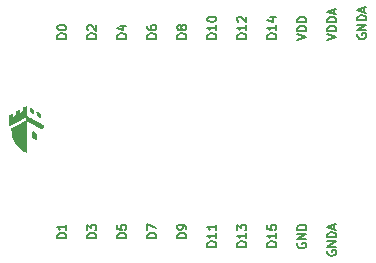
<source format=gbr>
G04 #@! TF.GenerationSoftware,KiCad,Pcbnew,5.0.2-bee76a0~70~ubuntu18.04.1*
G04 #@! TF.CreationDate,2019-07-23T10:58:26+02:00*
G04 #@! TF.ProjectId,breadboard,62726561-6462-46f6-9172-642e6b696361,rev?*
G04 #@! TF.SameCoordinates,Original*
G04 #@! TF.FileFunction,Legend,Top*
G04 #@! TF.FilePolarity,Positive*
%FSLAX46Y46*%
G04 Gerber Fmt 4.6, Leading zero omitted, Abs format (unit mm)*
G04 Created by KiCad (PCBNEW 5.0.2-bee76a0~70~ubuntu18.04.1) date mar. 23 juil. 2019 10:58:26 CEST*
%MOMM*%
%LPD*%
G01*
G04 APERTURE LIST*
%ADD10C,0.150000*%
%ADD11C,0.010000*%
G04 APERTURE END LIST*
D10*
X75825000Y-145381071D02*
X75789285Y-145452500D01*
X75789285Y-145559642D01*
X75825000Y-145666785D01*
X75896428Y-145738214D01*
X75967857Y-145773928D01*
X76110714Y-145809642D01*
X76217857Y-145809642D01*
X76360714Y-145773928D01*
X76432142Y-145738214D01*
X76503571Y-145666785D01*
X76539285Y-145559642D01*
X76539285Y-145488214D01*
X76503571Y-145381071D01*
X76467857Y-145345357D01*
X76217857Y-145345357D01*
X76217857Y-145488214D01*
X76539285Y-145023928D02*
X75789285Y-145023928D01*
X76539285Y-144595357D01*
X75789285Y-144595357D01*
X76539285Y-144238214D02*
X75789285Y-144238214D01*
X75789285Y-144059642D01*
X75825000Y-143952500D01*
X75896428Y-143881071D01*
X75967857Y-143845357D01*
X76110714Y-143809642D01*
X76217857Y-143809642D01*
X76360714Y-143845357D01*
X76432142Y-143881071D01*
X76503571Y-143952500D01*
X76539285Y-144059642D01*
X76539285Y-144238214D01*
X76325000Y-143523928D02*
X76325000Y-143166785D01*
X76539285Y-143595357D02*
X75789285Y-143345357D01*
X76539285Y-143095357D01*
X53679285Y-162673214D02*
X52929285Y-162673214D01*
X52929285Y-162494642D01*
X52965000Y-162387500D01*
X53036428Y-162316071D01*
X53107857Y-162280357D01*
X53250714Y-162244642D01*
X53357857Y-162244642D01*
X53500714Y-162280357D01*
X53572142Y-162316071D01*
X53643571Y-162387500D01*
X53679285Y-162494642D01*
X53679285Y-162673214D01*
X52929285Y-161994642D02*
X52929285Y-161530357D01*
X53215000Y-161780357D01*
X53215000Y-161673214D01*
X53250714Y-161601785D01*
X53286428Y-161566071D01*
X53357857Y-161530357D01*
X53536428Y-161530357D01*
X53607857Y-161566071D01*
X53643571Y-161601785D01*
X53679285Y-161673214D01*
X53679285Y-161887500D01*
X53643571Y-161958928D01*
X53607857Y-161994642D01*
X68919285Y-163387500D02*
X68169285Y-163387500D01*
X68169285Y-163208928D01*
X68205000Y-163101785D01*
X68276428Y-163030357D01*
X68347857Y-162994642D01*
X68490714Y-162958928D01*
X68597857Y-162958928D01*
X68740714Y-162994642D01*
X68812142Y-163030357D01*
X68883571Y-163101785D01*
X68919285Y-163208928D01*
X68919285Y-163387500D01*
X68919285Y-162244642D02*
X68919285Y-162673214D01*
X68919285Y-162458928D02*
X68169285Y-162458928D01*
X68276428Y-162530357D01*
X68347857Y-162601785D01*
X68383571Y-162673214D01*
X68169285Y-161566071D02*
X68169285Y-161923214D01*
X68526428Y-161958928D01*
X68490714Y-161923214D01*
X68455000Y-161851785D01*
X68455000Y-161673214D01*
X68490714Y-161601785D01*
X68526428Y-161566071D01*
X68597857Y-161530357D01*
X68776428Y-161530357D01*
X68847857Y-161566071D01*
X68883571Y-161601785D01*
X68919285Y-161673214D01*
X68919285Y-161851785D01*
X68883571Y-161923214D01*
X68847857Y-161958928D01*
X58759285Y-162673214D02*
X58009285Y-162673214D01*
X58009285Y-162494642D01*
X58045000Y-162387500D01*
X58116428Y-162316071D01*
X58187857Y-162280357D01*
X58330714Y-162244642D01*
X58437857Y-162244642D01*
X58580714Y-162280357D01*
X58652142Y-162316071D01*
X58723571Y-162387500D01*
X58759285Y-162494642D01*
X58759285Y-162673214D01*
X58009285Y-161994642D02*
X58009285Y-161494642D01*
X58759285Y-161816071D01*
X51139285Y-162673214D02*
X50389285Y-162673214D01*
X50389285Y-162494642D01*
X50425000Y-162387500D01*
X50496428Y-162316071D01*
X50567857Y-162280357D01*
X50710714Y-162244642D01*
X50817857Y-162244642D01*
X50960714Y-162280357D01*
X51032142Y-162316071D01*
X51103571Y-162387500D01*
X51139285Y-162494642D01*
X51139285Y-162673214D01*
X51139285Y-161530357D02*
X51139285Y-161958928D01*
X51139285Y-161744642D02*
X50389285Y-161744642D01*
X50496428Y-161816071D01*
X50567857Y-161887500D01*
X50603571Y-161958928D01*
X73285000Y-163744642D02*
X73249285Y-163816071D01*
X73249285Y-163923214D01*
X73285000Y-164030357D01*
X73356428Y-164101785D01*
X73427857Y-164137500D01*
X73570714Y-164173214D01*
X73677857Y-164173214D01*
X73820714Y-164137500D01*
X73892142Y-164101785D01*
X73963571Y-164030357D01*
X73999285Y-163923214D01*
X73999285Y-163851785D01*
X73963571Y-163744642D01*
X73927857Y-163708928D01*
X73677857Y-163708928D01*
X73677857Y-163851785D01*
X73999285Y-163387500D02*
X73249285Y-163387500D01*
X73999285Y-162958928D01*
X73249285Y-162958928D01*
X73999285Y-162601785D02*
X73249285Y-162601785D01*
X73249285Y-162423214D01*
X73285000Y-162316071D01*
X73356428Y-162244642D01*
X73427857Y-162208928D01*
X73570714Y-162173214D01*
X73677857Y-162173214D01*
X73820714Y-162208928D01*
X73892142Y-162244642D01*
X73963571Y-162316071D01*
X73999285Y-162423214D01*
X73999285Y-162601785D01*
X73785000Y-161887500D02*
X73785000Y-161530357D01*
X73999285Y-161958928D02*
X73249285Y-161708928D01*
X73999285Y-161458928D01*
X56219285Y-162673214D02*
X55469285Y-162673214D01*
X55469285Y-162494642D01*
X55505000Y-162387500D01*
X55576428Y-162316071D01*
X55647857Y-162280357D01*
X55790714Y-162244642D01*
X55897857Y-162244642D01*
X56040714Y-162280357D01*
X56112142Y-162316071D01*
X56183571Y-162387500D01*
X56219285Y-162494642D01*
X56219285Y-162673214D01*
X55469285Y-161566071D02*
X55469285Y-161923214D01*
X55826428Y-161958928D01*
X55790714Y-161923214D01*
X55755000Y-161851785D01*
X55755000Y-161673214D01*
X55790714Y-161601785D01*
X55826428Y-161566071D01*
X55897857Y-161530357D01*
X56076428Y-161530357D01*
X56147857Y-161566071D01*
X56183571Y-161601785D01*
X56219285Y-161673214D01*
X56219285Y-161851785D01*
X56183571Y-161923214D01*
X56147857Y-161958928D01*
X63839285Y-163387500D02*
X63089285Y-163387500D01*
X63089285Y-163208928D01*
X63125000Y-163101785D01*
X63196428Y-163030357D01*
X63267857Y-162994642D01*
X63410714Y-162958928D01*
X63517857Y-162958928D01*
X63660714Y-162994642D01*
X63732142Y-163030357D01*
X63803571Y-163101785D01*
X63839285Y-163208928D01*
X63839285Y-163387500D01*
X63839285Y-162244642D02*
X63839285Y-162673214D01*
X63839285Y-162458928D02*
X63089285Y-162458928D01*
X63196428Y-162530357D01*
X63267857Y-162601785D01*
X63303571Y-162673214D01*
X63839285Y-161530357D02*
X63839285Y-161958928D01*
X63839285Y-161744642D02*
X63089285Y-161744642D01*
X63196428Y-161816071D01*
X63267857Y-161887500D01*
X63303571Y-161958928D01*
X70745000Y-163101785D02*
X70709285Y-163173214D01*
X70709285Y-163280357D01*
X70745000Y-163387500D01*
X70816428Y-163458928D01*
X70887857Y-163494642D01*
X71030714Y-163530357D01*
X71137857Y-163530357D01*
X71280714Y-163494642D01*
X71352142Y-163458928D01*
X71423571Y-163387500D01*
X71459285Y-163280357D01*
X71459285Y-163208928D01*
X71423571Y-163101785D01*
X71387857Y-163066071D01*
X71137857Y-163066071D01*
X71137857Y-163208928D01*
X71459285Y-162744642D02*
X70709285Y-162744642D01*
X71459285Y-162316071D01*
X70709285Y-162316071D01*
X71459285Y-161958928D02*
X70709285Y-161958928D01*
X70709285Y-161780357D01*
X70745000Y-161673214D01*
X70816428Y-161601785D01*
X70887857Y-161566071D01*
X71030714Y-161530357D01*
X71137857Y-161530357D01*
X71280714Y-161566071D01*
X71352142Y-161601785D01*
X71423571Y-161673214D01*
X71459285Y-161780357D01*
X71459285Y-161958928D01*
X61299285Y-162673214D02*
X60549285Y-162673214D01*
X60549285Y-162494642D01*
X60585000Y-162387500D01*
X60656428Y-162316071D01*
X60727857Y-162280357D01*
X60870714Y-162244642D01*
X60977857Y-162244642D01*
X61120714Y-162280357D01*
X61192142Y-162316071D01*
X61263571Y-162387500D01*
X61299285Y-162494642D01*
X61299285Y-162673214D01*
X61299285Y-161887500D02*
X61299285Y-161744642D01*
X61263571Y-161673214D01*
X61227857Y-161637500D01*
X61120714Y-161566071D01*
X60977857Y-161530357D01*
X60692142Y-161530357D01*
X60620714Y-161566071D01*
X60585000Y-161601785D01*
X60549285Y-161673214D01*
X60549285Y-161816071D01*
X60585000Y-161887500D01*
X60620714Y-161923214D01*
X60692142Y-161958928D01*
X60870714Y-161958928D01*
X60942142Y-161923214D01*
X60977857Y-161887500D01*
X61013571Y-161816071D01*
X61013571Y-161673214D01*
X60977857Y-161601785D01*
X60942142Y-161566071D01*
X60870714Y-161530357D01*
X66379285Y-163387500D02*
X65629285Y-163387500D01*
X65629285Y-163208928D01*
X65665000Y-163101785D01*
X65736428Y-163030357D01*
X65807857Y-162994642D01*
X65950714Y-162958928D01*
X66057857Y-162958928D01*
X66200714Y-162994642D01*
X66272142Y-163030357D01*
X66343571Y-163101785D01*
X66379285Y-163208928D01*
X66379285Y-163387500D01*
X66379285Y-162244642D02*
X66379285Y-162673214D01*
X66379285Y-162458928D02*
X65629285Y-162458928D01*
X65736428Y-162530357D01*
X65807857Y-162601785D01*
X65843571Y-162673214D01*
X65629285Y-161994642D02*
X65629285Y-161530357D01*
X65915000Y-161780357D01*
X65915000Y-161673214D01*
X65950714Y-161601785D01*
X65986428Y-161566071D01*
X66057857Y-161530357D01*
X66236428Y-161530357D01*
X66307857Y-161566071D01*
X66343571Y-161601785D01*
X66379285Y-161673214D01*
X66379285Y-161887500D01*
X66343571Y-161958928D01*
X66307857Y-161994642D01*
X73249285Y-145881071D02*
X73999285Y-145631071D01*
X73249285Y-145381071D01*
X73999285Y-145131071D02*
X73249285Y-145131071D01*
X73249285Y-144952500D01*
X73285000Y-144845357D01*
X73356428Y-144773928D01*
X73427857Y-144738214D01*
X73570714Y-144702500D01*
X73677857Y-144702500D01*
X73820714Y-144738214D01*
X73892142Y-144773928D01*
X73963571Y-144845357D01*
X73999285Y-144952500D01*
X73999285Y-145131071D01*
X73999285Y-144381071D02*
X73249285Y-144381071D01*
X73249285Y-144202500D01*
X73285000Y-144095357D01*
X73356428Y-144023928D01*
X73427857Y-143988214D01*
X73570714Y-143952500D01*
X73677857Y-143952500D01*
X73820714Y-143988214D01*
X73892142Y-144023928D01*
X73963571Y-144095357D01*
X73999285Y-144202500D01*
X73999285Y-144381071D01*
X73785000Y-143666785D02*
X73785000Y-143309642D01*
X73999285Y-143738214D02*
X73249285Y-143488214D01*
X73999285Y-143238214D01*
X70709285Y-145881071D02*
X71459285Y-145631071D01*
X70709285Y-145381071D01*
X71459285Y-145131071D02*
X70709285Y-145131071D01*
X70709285Y-144952500D01*
X70745000Y-144845357D01*
X70816428Y-144773928D01*
X70887857Y-144738214D01*
X71030714Y-144702500D01*
X71137857Y-144702500D01*
X71280714Y-144738214D01*
X71352142Y-144773928D01*
X71423571Y-144845357D01*
X71459285Y-144952500D01*
X71459285Y-145131071D01*
X71459285Y-144381071D02*
X70709285Y-144381071D01*
X70709285Y-144202500D01*
X70745000Y-144095357D01*
X70816428Y-144023928D01*
X70887857Y-143988214D01*
X71030714Y-143952500D01*
X71137857Y-143952500D01*
X71280714Y-143988214D01*
X71352142Y-144023928D01*
X71423571Y-144095357D01*
X71459285Y-144202500D01*
X71459285Y-144381071D01*
X68919285Y-145773928D02*
X68169285Y-145773928D01*
X68169285Y-145595357D01*
X68205000Y-145488214D01*
X68276428Y-145416785D01*
X68347857Y-145381071D01*
X68490714Y-145345357D01*
X68597857Y-145345357D01*
X68740714Y-145381071D01*
X68812142Y-145416785D01*
X68883571Y-145488214D01*
X68919285Y-145595357D01*
X68919285Y-145773928D01*
X68919285Y-144631071D02*
X68919285Y-145059642D01*
X68919285Y-144845357D02*
X68169285Y-144845357D01*
X68276428Y-144916785D01*
X68347857Y-144988214D01*
X68383571Y-145059642D01*
X68419285Y-143988214D02*
X68919285Y-143988214D01*
X68133571Y-144166785D02*
X68669285Y-144345357D01*
X68669285Y-143881071D01*
X66379285Y-145773928D02*
X65629285Y-145773928D01*
X65629285Y-145595357D01*
X65665000Y-145488214D01*
X65736428Y-145416785D01*
X65807857Y-145381071D01*
X65950714Y-145345357D01*
X66057857Y-145345357D01*
X66200714Y-145381071D01*
X66272142Y-145416785D01*
X66343571Y-145488214D01*
X66379285Y-145595357D01*
X66379285Y-145773928D01*
X66379285Y-144631071D02*
X66379285Y-145059642D01*
X66379285Y-144845357D02*
X65629285Y-144845357D01*
X65736428Y-144916785D01*
X65807857Y-144988214D01*
X65843571Y-145059642D01*
X65700714Y-144345357D02*
X65665000Y-144309642D01*
X65629285Y-144238214D01*
X65629285Y-144059642D01*
X65665000Y-143988214D01*
X65700714Y-143952500D01*
X65772142Y-143916785D01*
X65843571Y-143916785D01*
X65950714Y-143952500D01*
X66379285Y-144381071D01*
X66379285Y-143916785D01*
X63839285Y-145773928D02*
X63089285Y-145773928D01*
X63089285Y-145595357D01*
X63125000Y-145488214D01*
X63196428Y-145416785D01*
X63267857Y-145381071D01*
X63410714Y-145345357D01*
X63517857Y-145345357D01*
X63660714Y-145381071D01*
X63732142Y-145416785D01*
X63803571Y-145488214D01*
X63839285Y-145595357D01*
X63839285Y-145773928D01*
X63839285Y-144631071D02*
X63839285Y-145059642D01*
X63839285Y-144845357D02*
X63089285Y-144845357D01*
X63196428Y-144916785D01*
X63267857Y-144988214D01*
X63303571Y-145059642D01*
X63089285Y-144166785D02*
X63089285Y-144095357D01*
X63125000Y-144023928D01*
X63160714Y-143988214D01*
X63232142Y-143952500D01*
X63375000Y-143916785D01*
X63553571Y-143916785D01*
X63696428Y-143952500D01*
X63767857Y-143988214D01*
X63803571Y-144023928D01*
X63839285Y-144095357D01*
X63839285Y-144166785D01*
X63803571Y-144238214D01*
X63767857Y-144273928D01*
X63696428Y-144309642D01*
X63553571Y-144345357D01*
X63375000Y-144345357D01*
X63232142Y-144309642D01*
X63160714Y-144273928D01*
X63125000Y-144238214D01*
X63089285Y-144166785D01*
X61299285Y-145773928D02*
X60549285Y-145773928D01*
X60549285Y-145595357D01*
X60585000Y-145488214D01*
X60656428Y-145416785D01*
X60727857Y-145381071D01*
X60870714Y-145345357D01*
X60977857Y-145345357D01*
X61120714Y-145381071D01*
X61192142Y-145416785D01*
X61263571Y-145488214D01*
X61299285Y-145595357D01*
X61299285Y-145773928D01*
X60870714Y-144916785D02*
X60835000Y-144988214D01*
X60799285Y-145023928D01*
X60727857Y-145059642D01*
X60692142Y-145059642D01*
X60620714Y-145023928D01*
X60585000Y-144988214D01*
X60549285Y-144916785D01*
X60549285Y-144773928D01*
X60585000Y-144702500D01*
X60620714Y-144666785D01*
X60692142Y-144631071D01*
X60727857Y-144631071D01*
X60799285Y-144666785D01*
X60835000Y-144702500D01*
X60870714Y-144773928D01*
X60870714Y-144916785D01*
X60906428Y-144988214D01*
X60942142Y-145023928D01*
X61013571Y-145059642D01*
X61156428Y-145059642D01*
X61227857Y-145023928D01*
X61263571Y-144988214D01*
X61299285Y-144916785D01*
X61299285Y-144773928D01*
X61263571Y-144702500D01*
X61227857Y-144666785D01*
X61156428Y-144631071D01*
X61013571Y-144631071D01*
X60942142Y-144666785D01*
X60906428Y-144702500D01*
X60870714Y-144773928D01*
X58759285Y-145773928D02*
X58009285Y-145773928D01*
X58009285Y-145595357D01*
X58045000Y-145488214D01*
X58116428Y-145416785D01*
X58187857Y-145381071D01*
X58330714Y-145345357D01*
X58437857Y-145345357D01*
X58580714Y-145381071D01*
X58652142Y-145416785D01*
X58723571Y-145488214D01*
X58759285Y-145595357D01*
X58759285Y-145773928D01*
X58009285Y-144702500D02*
X58009285Y-144845357D01*
X58045000Y-144916785D01*
X58080714Y-144952500D01*
X58187857Y-145023928D01*
X58330714Y-145059642D01*
X58616428Y-145059642D01*
X58687857Y-145023928D01*
X58723571Y-144988214D01*
X58759285Y-144916785D01*
X58759285Y-144773928D01*
X58723571Y-144702500D01*
X58687857Y-144666785D01*
X58616428Y-144631071D01*
X58437857Y-144631071D01*
X58366428Y-144666785D01*
X58330714Y-144702500D01*
X58295000Y-144773928D01*
X58295000Y-144916785D01*
X58330714Y-144988214D01*
X58366428Y-145023928D01*
X58437857Y-145059642D01*
X56219285Y-145773928D02*
X55469285Y-145773928D01*
X55469285Y-145595357D01*
X55505000Y-145488214D01*
X55576428Y-145416785D01*
X55647857Y-145381071D01*
X55790714Y-145345357D01*
X55897857Y-145345357D01*
X56040714Y-145381071D01*
X56112142Y-145416785D01*
X56183571Y-145488214D01*
X56219285Y-145595357D01*
X56219285Y-145773928D01*
X55719285Y-144702500D02*
X56219285Y-144702500D01*
X55433571Y-144881071D02*
X55969285Y-145059642D01*
X55969285Y-144595357D01*
X53679285Y-145773928D02*
X52929285Y-145773928D01*
X52929285Y-145595357D01*
X52965000Y-145488214D01*
X53036428Y-145416785D01*
X53107857Y-145381071D01*
X53250714Y-145345357D01*
X53357857Y-145345357D01*
X53500714Y-145381071D01*
X53572142Y-145416785D01*
X53643571Y-145488214D01*
X53679285Y-145595357D01*
X53679285Y-145773928D01*
X53000714Y-145059642D02*
X52965000Y-145023928D01*
X52929285Y-144952500D01*
X52929285Y-144773928D01*
X52965000Y-144702500D01*
X53000714Y-144666785D01*
X53072142Y-144631071D01*
X53143571Y-144631071D01*
X53250714Y-144666785D01*
X53679285Y-145095357D01*
X53679285Y-144631071D01*
X51139285Y-145773928D02*
X50389285Y-145773928D01*
X50389285Y-145595357D01*
X50425000Y-145488214D01*
X50496428Y-145416785D01*
X50567857Y-145381071D01*
X50710714Y-145345357D01*
X50817857Y-145345357D01*
X50960714Y-145381071D01*
X51032142Y-145416785D01*
X51103571Y-145488214D01*
X51139285Y-145595357D01*
X51139285Y-145773928D01*
X50389285Y-144881071D02*
X50389285Y-144809642D01*
X50425000Y-144738214D01*
X50460714Y-144702500D01*
X50532142Y-144666785D01*
X50675000Y-144631071D01*
X50853571Y-144631071D01*
X50996428Y-144666785D01*
X51067857Y-144702500D01*
X51103571Y-144738214D01*
X51139285Y-144809642D01*
X51139285Y-144881071D01*
X51103571Y-144952500D01*
X51067857Y-144988214D01*
X50996428Y-145023928D01*
X50853571Y-145059642D01*
X50675000Y-145059642D01*
X50532142Y-145023928D01*
X50460714Y-144988214D01*
X50425000Y-144952500D01*
X50389285Y-144881071D01*
D11*
G04 #@! TO.C,LOGO1*
G36*
X47752000Y-155346400D02*
X47728717Y-155346245D01*
X47710556Y-155343005D01*
X47681945Y-155334481D01*
X47647914Y-155322248D01*
X47633467Y-155316485D01*
X47512791Y-155258532D01*
X47392890Y-155184515D01*
X47274994Y-155095299D01*
X47160331Y-154991747D01*
X47134490Y-154965937D01*
X47010406Y-154827693D01*
X46898669Y-154678289D01*
X46799713Y-154518602D01*
X46713974Y-154349508D01*
X46641888Y-154171885D01*
X46583889Y-153986609D01*
X46540413Y-153794558D01*
X46533631Y-153756195D01*
X46528371Y-153721154D01*
X46522867Y-153677817D01*
X46517367Y-153629005D01*
X46512121Y-153577538D01*
X46507377Y-153526236D01*
X46503383Y-153477918D01*
X46500389Y-153435404D01*
X46498642Y-153401515D01*
X46498392Y-153379070D01*
X46499666Y-153370975D01*
X46507489Y-153366525D01*
X46528800Y-153354624D01*
X46562264Y-153336011D01*
X46606547Y-153311423D01*
X46660315Y-153281599D01*
X46722234Y-153247276D01*
X46790970Y-153209193D01*
X46865189Y-153168089D01*
X46943556Y-153124700D01*
X47024737Y-153079766D01*
X47107399Y-153034025D01*
X47190207Y-152988214D01*
X47271827Y-152943072D01*
X47350925Y-152899336D01*
X47426167Y-152857746D01*
X47496219Y-152819039D01*
X47559746Y-152783954D01*
X47615414Y-152753228D01*
X47661890Y-152727600D01*
X47697839Y-152707808D01*
X47721927Y-152694590D01*
X47732820Y-152688683D01*
X47732950Y-152688616D01*
X47752000Y-152678804D01*
X47752000Y-155346400D01*
X47752000Y-155346400D01*
G37*
X47752000Y-155346400D02*
X47728717Y-155346245D01*
X47710556Y-155343005D01*
X47681945Y-155334481D01*
X47647914Y-155322248D01*
X47633467Y-155316485D01*
X47512791Y-155258532D01*
X47392890Y-155184515D01*
X47274994Y-155095299D01*
X47160331Y-154991747D01*
X47134490Y-154965937D01*
X47010406Y-154827693D01*
X46898669Y-154678289D01*
X46799713Y-154518602D01*
X46713974Y-154349508D01*
X46641888Y-154171885D01*
X46583889Y-153986609D01*
X46540413Y-153794558D01*
X46533631Y-153756195D01*
X46528371Y-153721154D01*
X46522867Y-153677817D01*
X46517367Y-153629005D01*
X46512121Y-153577538D01*
X46507377Y-153526236D01*
X46503383Y-153477918D01*
X46500389Y-153435404D01*
X46498642Y-153401515D01*
X46498392Y-153379070D01*
X46499666Y-153370975D01*
X46507489Y-153366525D01*
X46528800Y-153354624D01*
X46562264Y-153336011D01*
X46606547Y-153311423D01*
X46660315Y-153281599D01*
X46722234Y-153247276D01*
X46790970Y-153209193D01*
X46865189Y-153168089D01*
X46943556Y-153124700D01*
X47024737Y-153079766D01*
X47107399Y-153034025D01*
X47190207Y-152988214D01*
X47271827Y-152943072D01*
X47350925Y-152899336D01*
X47426167Y-152857746D01*
X47496219Y-152819039D01*
X47559746Y-152783954D01*
X47615414Y-152753228D01*
X47661890Y-152727600D01*
X47697839Y-152707808D01*
X47721927Y-152694590D01*
X47732820Y-152688683D01*
X47732950Y-152688616D01*
X47752000Y-152678804D01*
X47752000Y-155346400D01*
G36*
X48361491Y-153645492D02*
X48401652Y-153663937D01*
X48440785Y-153694678D01*
X48477056Y-153736861D01*
X48508629Y-153789631D01*
X48509792Y-153792000D01*
X48524693Y-153825540D01*
X48535790Y-153858683D01*
X48543462Y-153894459D01*
X48548089Y-153935893D01*
X48550051Y-153986015D01*
X48549727Y-154047850D01*
X48548350Y-154099527D01*
X48543633Y-154245420D01*
X48371417Y-154167260D01*
X48199200Y-154089100D01*
X48203144Y-153924000D01*
X48205190Y-153857392D01*
X48208094Y-153805204D01*
X48212355Y-153764925D01*
X48218474Y-153734047D01*
X48226948Y-153710058D01*
X48238278Y-153690450D01*
X48252963Y-153672712D01*
X48253182Y-153672478D01*
X48285422Y-153648908D01*
X48322136Y-153640197D01*
X48361491Y-153645492D01*
X48361491Y-153645492D01*
G37*
X48361491Y-153645492D02*
X48401652Y-153663937D01*
X48440785Y-153694678D01*
X48477056Y-153736861D01*
X48508629Y-153789631D01*
X48509792Y-153792000D01*
X48524693Y-153825540D01*
X48535790Y-153858683D01*
X48543462Y-153894459D01*
X48548089Y-153935893D01*
X48550051Y-153986015D01*
X48549727Y-154047850D01*
X48548350Y-154099527D01*
X48543633Y-154245420D01*
X48371417Y-154167260D01*
X48199200Y-154089100D01*
X48203144Y-153924000D01*
X48205190Y-153857392D01*
X48208094Y-153805204D01*
X48212355Y-153764925D01*
X48218474Y-153734047D01*
X48226948Y-153710058D01*
X48238278Y-153690450D01*
X48252963Y-153672712D01*
X48253182Y-153672478D01*
X48285422Y-153648908D01*
X48322136Y-153640197D01*
X48361491Y-153645492D01*
G36*
X47769180Y-152344715D02*
X47791001Y-152356205D01*
X47825143Y-152374515D01*
X47870359Y-152398960D01*
X47925398Y-152428855D01*
X47989014Y-152463514D01*
X48059956Y-152502250D01*
X48136976Y-152544377D01*
X48218825Y-152589210D01*
X48304254Y-152636063D01*
X48392016Y-152684250D01*
X48480860Y-152733085D01*
X48569538Y-152781882D01*
X48656801Y-152829955D01*
X48741401Y-152876618D01*
X48822089Y-152921186D01*
X48897616Y-152962972D01*
X48966733Y-153001290D01*
X49028192Y-153035456D01*
X49080743Y-153064782D01*
X49123138Y-153088582D01*
X49144767Y-153100827D01*
X49171881Y-153117307D01*
X49191632Y-153131340D01*
X49200721Y-153140509D01*
X49200886Y-153141925D01*
X49194236Y-153151163D01*
X49178822Y-153170027D01*
X49156853Y-153195996D01*
X49130543Y-153226547D01*
X49102101Y-153259158D01*
X49073739Y-153291307D01*
X49047669Y-153320472D01*
X49026102Y-153344130D01*
X49011250Y-153359760D01*
X49005404Y-153364880D01*
X48997479Y-153360814D01*
X48975848Y-153349116D01*
X48941601Y-153330390D01*
X48895829Y-153305236D01*
X48839623Y-153274257D01*
X48774073Y-153238055D01*
X48700270Y-153197232D01*
X48619304Y-153152391D01*
X48532267Y-153104133D01*
X48440248Y-153053061D01*
X48378533Y-153018780D01*
X47756233Y-152673000D01*
X47753938Y-152506867D01*
X47753422Y-152443336D01*
X47753886Y-152395841D01*
X47755365Y-152363512D01*
X47757896Y-152345476D01*
X47760930Y-152340733D01*
X47769180Y-152344715D01*
X47769180Y-152344715D01*
G37*
X47769180Y-152344715D02*
X47791001Y-152356205D01*
X47825143Y-152374515D01*
X47870359Y-152398960D01*
X47925398Y-152428855D01*
X47989014Y-152463514D01*
X48059956Y-152502250D01*
X48136976Y-152544377D01*
X48218825Y-152589210D01*
X48304254Y-152636063D01*
X48392016Y-152684250D01*
X48480860Y-152733085D01*
X48569538Y-152781882D01*
X48656801Y-152829955D01*
X48741401Y-152876618D01*
X48822089Y-152921186D01*
X48897616Y-152962972D01*
X48966733Y-153001290D01*
X49028192Y-153035456D01*
X49080743Y-153064782D01*
X49123138Y-153088582D01*
X49144767Y-153100827D01*
X49171881Y-153117307D01*
X49191632Y-153131340D01*
X49200721Y-153140509D01*
X49200886Y-153141925D01*
X49194236Y-153151163D01*
X49178822Y-153170027D01*
X49156853Y-153195996D01*
X49130543Y-153226547D01*
X49102101Y-153259158D01*
X49073739Y-153291307D01*
X49047669Y-153320472D01*
X49026102Y-153344130D01*
X49011250Y-153359760D01*
X49005404Y-153364880D01*
X48997479Y-153360814D01*
X48975848Y-153349116D01*
X48941601Y-153330390D01*
X48895829Y-153305236D01*
X48839623Y-153274257D01*
X48774073Y-153238055D01*
X48700270Y-153197232D01*
X48619304Y-153152391D01*
X48532267Y-153104133D01*
X48440248Y-153053061D01*
X48378533Y-153018780D01*
X47756233Y-152673000D01*
X47753938Y-152506867D01*
X47753422Y-152443336D01*
X47753886Y-152395841D01*
X47755365Y-152363512D01*
X47757896Y-152345476D01*
X47760930Y-152340733D01*
X47769180Y-152344715D01*
G36*
X47749962Y-151903445D02*
X47750268Y-151986569D01*
X47750312Y-152064517D01*
X47750111Y-152135656D01*
X47749681Y-152198356D01*
X47749038Y-152250984D01*
X47748199Y-152291910D01*
X47747178Y-152319502D01*
X47745992Y-152332129D01*
X47745729Y-152332723D01*
X47737437Y-152337640D01*
X47715546Y-152350025D01*
X47681299Y-152369192D01*
X47635939Y-152394455D01*
X47580709Y-152425131D01*
X47516851Y-152460533D01*
X47445608Y-152499976D01*
X47368223Y-152542775D01*
X47285939Y-152588246D01*
X47199999Y-152635701D01*
X47111646Y-152684458D01*
X47022121Y-152733829D01*
X46932669Y-152783130D01*
X46844532Y-152831676D01*
X46758952Y-152878782D01*
X46677173Y-152923762D01*
X46600437Y-152965931D01*
X46529987Y-153004604D01*
X46467067Y-153039095D01*
X46412918Y-153068720D01*
X46368783Y-153092793D01*
X46335906Y-153110629D01*
X46315529Y-153121543D01*
X46309038Y-153124839D01*
X46305996Y-153124732D01*
X46303452Y-153120979D01*
X46301361Y-153112233D01*
X46299679Y-153097151D01*
X46298365Y-153074388D01*
X46297373Y-153042598D01*
X46296661Y-153000438D01*
X46296184Y-152946561D01*
X46295900Y-152879623D01*
X46295764Y-152798280D01*
X46295733Y-152713787D01*
X46295733Y-152297630D01*
X46314783Y-152278706D01*
X46328970Y-152267879D01*
X46354137Y-152251743D01*
X46387103Y-152232052D01*
X46424688Y-152210562D01*
X46463710Y-152189026D01*
X46500991Y-152169201D01*
X46533348Y-152152840D01*
X46557603Y-152141700D01*
X46570573Y-152137534D01*
X46570640Y-152137533D01*
X46575493Y-152139602D01*
X46578988Y-152147325D01*
X46581334Y-152162983D01*
X46582744Y-152188853D01*
X46583429Y-152227213D01*
X46583600Y-152277233D01*
X46583900Y-152323725D01*
X46584732Y-152363664D01*
X46585990Y-152394260D01*
X46587570Y-152412721D01*
X46588848Y-152416933D01*
X46597565Y-152413043D01*
X46618727Y-152402209D01*
X46649961Y-152385688D01*
X46688894Y-152364735D01*
X46733156Y-152340606D01*
X46736782Y-152338616D01*
X46879469Y-152260300D01*
X46879701Y-152120367D01*
X46880142Y-152064546D01*
X46881378Y-152023305D01*
X46883595Y-151994301D01*
X46886982Y-151975193D01*
X46891724Y-151963637D01*
X46892282Y-151962804D01*
X46904158Y-151952226D01*
X46927374Y-151936427D01*
X46958886Y-151917067D01*
X46995652Y-151895807D01*
X47034627Y-151874308D01*
X47072771Y-151854230D01*
X47107038Y-151837234D01*
X47134386Y-151824982D01*
X47151773Y-151819133D01*
X47155644Y-151819070D01*
X47160345Y-151823828D01*
X47163709Y-151835441D01*
X47165935Y-151856175D01*
X47167216Y-151888295D01*
X47167751Y-151934067D01*
X47167800Y-151959467D01*
X47168174Y-152005221D01*
X47169207Y-152044349D01*
X47170767Y-152074031D01*
X47172722Y-152091445D01*
X47174150Y-152094849D01*
X47183202Y-152090784D01*
X47204589Y-152079681D01*
X47235906Y-152062837D01*
X47274746Y-152041545D01*
X47318704Y-152017099D01*
X47320200Y-152016262D01*
X47459900Y-151938025D01*
X47464133Y-151792521D01*
X47466008Y-151737266D01*
X47468126Y-151696555D01*
X47470756Y-151668000D01*
X47474165Y-151649211D01*
X47478622Y-151637800D01*
X47481982Y-151633429D01*
X47493708Y-151624915D01*
X47517530Y-151609969D01*
X47550668Y-151590254D01*
X47590344Y-151567431D01*
X47621682Y-151549851D01*
X47747767Y-151479861D01*
X47749962Y-151903445D01*
X47749962Y-151903445D01*
G37*
X47749962Y-151903445D02*
X47750268Y-151986569D01*
X47750312Y-152064517D01*
X47750111Y-152135656D01*
X47749681Y-152198356D01*
X47749038Y-152250984D01*
X47748199Y-152291910D01*
X47747178Y-152319502D01*
X47745992Y-152332129D01*
X47745729Y-152332723D01*
X47737437Y-152337640D01*
X47715546Y-152350025D01*
X47681299Y-152369192D01*
X47635939Y-152394455D01*
X47580709Y-152425131D01*
X47516851Y-152460533D01*
X47445608Y-152499976D01*
X47368223Y-152542775D01*
X47285939Y-152588246D01*
X47199999Y-152635701D01*
X47111646Y-152684458D01*
X47022121Y-152733829D01*
X46932669Y-152783130D01*
X46844532Y-152831676D01*
X46758952Y-152878782D01*
X46677173Y-152923762D01*
X46600437Y-152965931D01*
X46529987Y-153004604D01*
X46467067Y-153039095D01*
X46412918Y-153068720D01*
X46368783Y-153092793D01*
X46335906Y-153110629D01*
X46315529Y-153121543D01*
X46309038Y-153124839D01*
X46305996Y-153124732D01*
X46303452Y-153120979D01*
X46301361Y-153112233D01*
X46299679Y-153097151D01*
X46298365Y-153074388D01*
X46297373Y-153042598D01*
X46296661Y-153000438D01*
X46296184Y-152946561D01*
X46295900Y-152879623D01*
X46295764Y-152798280D01*
X46295733Y-152713787D01*
X46295733Y-152297630D01*
X46314783Y-152278706D01*
X46328970Y-152267879D01*
X46354137Y-152251743D01*
X46387103Y-152232052D01*
X46424688Y-152210562D01*
X46463710Y-152189026D01*
X46500991Y-152169201D01*
X46533348Y-152152840D01*
X46557603Y-152141700D01*
X46570573Y-152137534D01*
X46570640Y-152137533D01*
X46575493Y-152139602D01*
X46578988Y-152147325D01*
X46581334Y-152162983D01*
X46582744Y-152188853D01*
X46583429Y-152227213D01*
X46583600Y-152277233D01*
X46583900Y-152323725D01*
X46584732Y-152363664D01*
X46585990Y-152394260D01*
X46587570Y-152412721D01*
X46588848Y-152416933D01*
X46597565Y-152413043D01*
X46618727Y-152402209D01*
X46649961Y-152385688D01*
X46688894Y-152364735D01*
X46733156Y-152340606D01*
X46736782Y-152338616D01*
X46879469Y-152260300D01*
X46879701Y-152120367D01*
X46880142Y-152064546D01*
X46881378Y-152023305D01*
X46883595Y-151994301D01*
X46886982Y-151975193D01*
X46891724Y-151963637D01*
X46892282Y-151962804D01*
X46904158Y-151952226D01*
X46927374Y-151936427D01*
X46958886Y-151917067D01*
X46995652Y-151895807D01*
X47034627Y-151874308D01*
X47072771Y-151854230D01*
X47107038Y-151837234D01*
X47134386Y-151824982D01*
X47151773Y-151819133D01*
X47155644Y-151819070D01*
X47160345Y-151823828D01*
X47163709Y-151835441D01*
X47165935Y-151856175D01*
X47167216Y-151888295D01*
X47167751Y-151934067D01*
X47167800Y-151959467D01*
X47168174Y-152005221D01*
X47169207Y-152044349D01*
X47170767Y-152074031D01*
X47172722Y-152091445D01*
X47174150Y-152094849D01*
X47183202Y-152090784D01*
X47204589Y-152079681D01*
X47235906Y-152062837D01*
X47274746Y-152041545D01*
X47318704Y-152017099D01*
X47320200Y-152016262D01*
X47459900Y-151938025D01*
X47464133Y-151792521D01*
X47466008Y-151737266D01*
X47468126Y-151696555D01*
X47470756Y-151668000D01*
X47474165Y-151649211D01*
X47478622Y-151637800D01*
X47481982Y-151633429D01*
X47493708Y-151624915D01*
X47517530Y-151609969D01*
X47550668Y-151590254D01*
X47590344Y-151567431D01*
X47621682Y-151549851D01*
X47747767Y-151479861D01*
X47749962Y-151903445D01*
G36*
X48628109Y-151963640D02*
X48648011Y-151974576D01*
X48678273Y-151991300D01*
X48716678Y-152012589D01*
X48761010Y-152037216D01*
X48771842Y-152043241D01*
X48921953Y-152126749D01*
X48920805Y-152269390D01*
X48920304Y-152316596D01*
X48919640Y-152357467D01*
X48918877Y-152389184D01*
X48918080Y-152408930D01*
X48917491Y-152414198D01*
X48909767Y-152410998D01*
X48889527Y-152400803D01*
X48859070Y-152384822D01*
X48820695Y-152364261D01*
X48776699Y-152340328D01*
X48771812Y-152337650D01*
X48628300Y-152258936D01*
X48624067Y-152109321D01*
X48622753Y-152061121D01*
X48621713Y-152019377D01*
X48621005Y-151986785D01*
X48620689Y-151966038D01*
X48620782Y-151959720D01*
X48628109Y-151963640D01*
X48628109Y-151963640D01*
G37*
X48628109Y-151963640D02*
X48648011Y-151974576D01*
X48678273Y-151991300D01*
X48716678Y-152012589D01*
X48761010Y-152037216D01*
X48771842Y-152043241D01*
X48921953Y-152126749D01*
X48920805Y-152269390D01*
X48920304Y-152316596D01*
X48919640Y-152357467D01*
X48918877Y-152389184D01*
X48918080Y-152408930D01*
X48917491Y-152414198D01*
X48909767Y-152410998D01*
X48889527Y-152400803D01*
X48859070Y-152384822D01*
X48820695Y-152364261D01*
X48776699Y-152340328D01*
X48771812Y-152337650D01*
X48628300Y-152258936D01*
X48624067Y-152109321D01*
X48622753Y-152061121D01*
X48621713Y-152019377D01*
X48621005Y-151986785D01*
X48620689Y-151966038D01*
X48620782Y-151959720D01*
X48628109Y-151963640D01*
G36*
X48044855Y-151641934D02*
X48065829Y-151652930D01*
X48097097Y-151669777D01*
X48136417Y-151691263D01*
X48181548Y-151716180D01*
X48196568Y-151724522D01*
X48254807Y-151757467D01*
X48298227Y-151783301D01*
X48327250Y-151802299D01*
X48342297Y-151814731D01*
X48344386Y-151820371D01*
X48341582Y-151831690D01*
X48338920Y-151856800D01*
X48336625Y-151892561D01*
X48334919Y-151935830D01*
X48334306Y-151962124D01*
X48331966Y-152094549D01*
X48190150Y-152016642D01*
X48048333Y-151938735D01*
X48048333Y-151810085D01*
X48047802Y-151763385D01*
X48046339Y-151721222D01*
X48044142Y-151687197D01*
X48041409Y-151664909D01*
X48040076Y-151659718D01*
X48035536Y-151644022D01*
X48036414Y-151638000D01*
X48044855Y-151641934D01*
X48044855Y-151641934D01*
G37*
X48044855Y-151641934D02*
X48065829Y-151652930D01*
X48097097Y-151669777D01*
X48136417Y-151691263D01*
X48181548Y-151716180D01*
X48196568Y-151724522D01*
X48254807Y-151757467D01*
X48298227Y-151783301D01*
X48327250Y-151802299D01*
X48342297Y-151814731D01*
X48344386Y-151820371D01*
X48341582Y-151831690D01*
X48338920Y-151856800D01*
X48336625Y-151892561D01*
X48334919Y-151935830D01*
X48334306Y-151962124D01*
X48331966Y-152094549D01*
X48190150Y-152016642D01*
X48048333Y-151938735D01*
X48048333Y-151810085D01*
X48047802Y-151763385D01*
X48046339Y-151721222D01*
X48044142Y-151687197D01*
X48041409Y-151664909D01*
X48040076Y-151659718D01*
X48035536Y-151644022D01*
X48036414Y-151638000D01*
X48044855Y-151641934D01*
G04 #@! TD*
M02*

</source>
